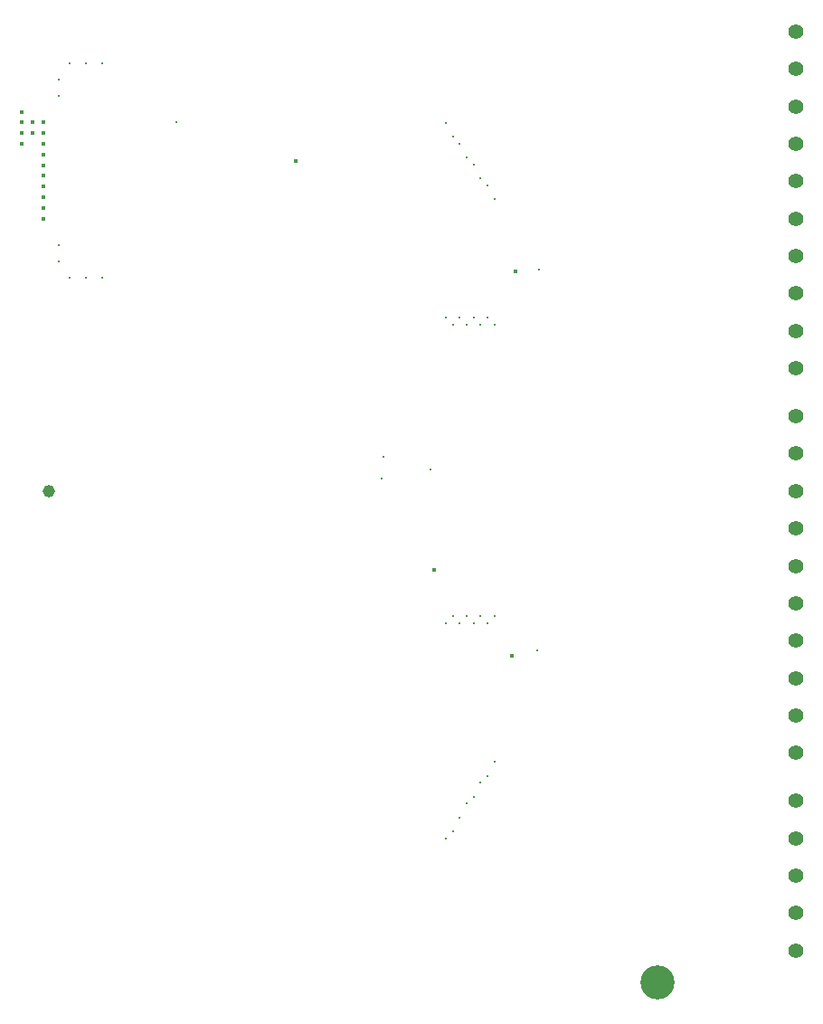
<source format=gbr>
%TF.GenerationSoftware,KiCad,Pcbnew,9.0.0*%
%TF.CreationDate,2025-03-09T11:05:24+03:00*%
%TF.ProjectId,PM_CNV-DI16_sink,504d5f43-4e56-42d4-9449-31365f73696e,rev?*%
%TF.SameCoordinates,Original*%
%TF.FileFunction,Plated,1,2,PTH,Drill*%
%TF.FilePolarity,Positive*%
%FSLAX46Y46*%
G04 Gerber Fmt 4.6, Leading zero omitted, Abs format (unit mm)*
G04 Created by KiCad (PCBNEW 9.0.0) date 2025-03-09 11:05:24*
%MOMM*%
%LPD*%
G01*
G04 APERTURE LIST*
%TA.AperFunction,ViaDrill*%
%ADD10C,0.300000*%
%TD*%
%TA.AperFunction,ViaDrill*%
%ADD11C,0.400000*%
%TD*%
%TA.AperFunction,ComponentDrill*%
%ADD12C,1.150000*%
%TD*%
%TA.AperFunction,ComponentDrill*%
%ADD13C,1.400000*%
%TD*%
%TA.AperFunction,ComponentDrill*%
%ADD14C,3.200000*%
%TD*%
G04 APERTURE END LIST*
D10*
X-34000000Y38500000D03*
X-34000000Y37000000D03*
X-34000000Y23000000D03*
X-34000000Y21500000D03*
X-33000000Y40000000D03*
X-33000000Y20000000D03*
X-31500000Y40000000D03*
X-31500000Y20000000D03*
X-30000000Y40000000D03*
X-30000000Y20000000D03*
X-23000000Y34500000D03*
X-3800000Y1200000D03*
X-3600000Y3200000D03*
X800000Y2000000D03*
X2192525Y34442525D03*
X2200000Y16250000D03*
X2200000Y-12350000D03*
X2200000Y-32500000D03*
X2850000Y33150000D03*
X2850000Y15600000D03*
X2850000Y-11700000D03*
X2850000Y-31850000D03*
X3500000Y32500000D03*
X3500000Y16250000D03*
X3500000Y-12350000D03*
X3500000Y-30550000D03*
X4150000Y31200000D03*
X4150000Y15600000D03*
X4150000Y-11700000D03*
X4150000Y-29250000D03*
X4800000Y30550000D03*
X4800000Y16250000D03*
X4800000Y-12350000D03*
X4800000Y-28600000D03*
X5450000Y29250000D03*
X5450000Y15600000D03*
X5450000Y-11700000D03*
X5450000Y-27300000D03*
X6100000Y28600000D03*
X6100000Y16250000D03*
X6100000Y-12350000D03*
X6100000Y-26650000D03*
X6750000Y27300000D03*
X6750000Y15600000D03*
X6750000Y-11700000D03*
X6750000Y-25350000D03*
X10786526Y-14922499D03*
X10950000Y20700000D03*
D11*
X-37500000Y35500000D03*
X-37500000Y34500000D03*
X-37500000Y33500000D03*
X-37500000Y32500000D03*
X-36500000Y34500000D03*
X-36500000Y33500000D03*
X-35500000Y34500000D03*
X-35500000Y33500000D03*
X-35500000Y32500000D03*
X-35500000Y31500000D03*
X-35500000Y30500000D03*
X-35500000Y29500000D03*
X-35500000Y28500000D03*
X-35500000Y27500000D03*
X-35500000Y26500000D03*
X-35500000Y25500000D03*
X-11851500Y30883000D03*
X1110000Y-7352600D03*
X8374000Y-15398800D03*
X8714355Y20572500D03*
D12*
%TO.C,U6*%
X-35000000Y0D03*
D13*
%TO.C,J3*%
X35000000Y43000000D03*
X35000000Y39500000D03*
X35000000Y36000000D03*
X35000000Y32500000D03*
X35000000Y29000000D03*
X35000000Y25500000D03*
X35000000Y22000000D03*
X35000000Y18500000D03*
X35000000Y15000000D03*
X35000000Y11500000D03*
%TO.C,J4*%
X35000000Y7000000D03*
X35000000Y3500000D03*
X35000000Y0D03*
X35000000Y-3500000D03*
X35000000Y-7000000D03*
X35000000Y-10500000D03*
X35000000Y-14000000D03*
X35000000Y-17500000D03*
X35000000Y-21000000D03*
X35000000Y-24500000D03*
%TO.C,J6*%
X35000000Y-29000000D03*
X35000000Y-32500000D03*
X35000000Y-36000000D03*
X35000000Y-39500000D03*
X35000000Y-43000000D03*
D14*
%TO.C,PE1*%
X22000000Y-46000000D03*
M02*

</source>
